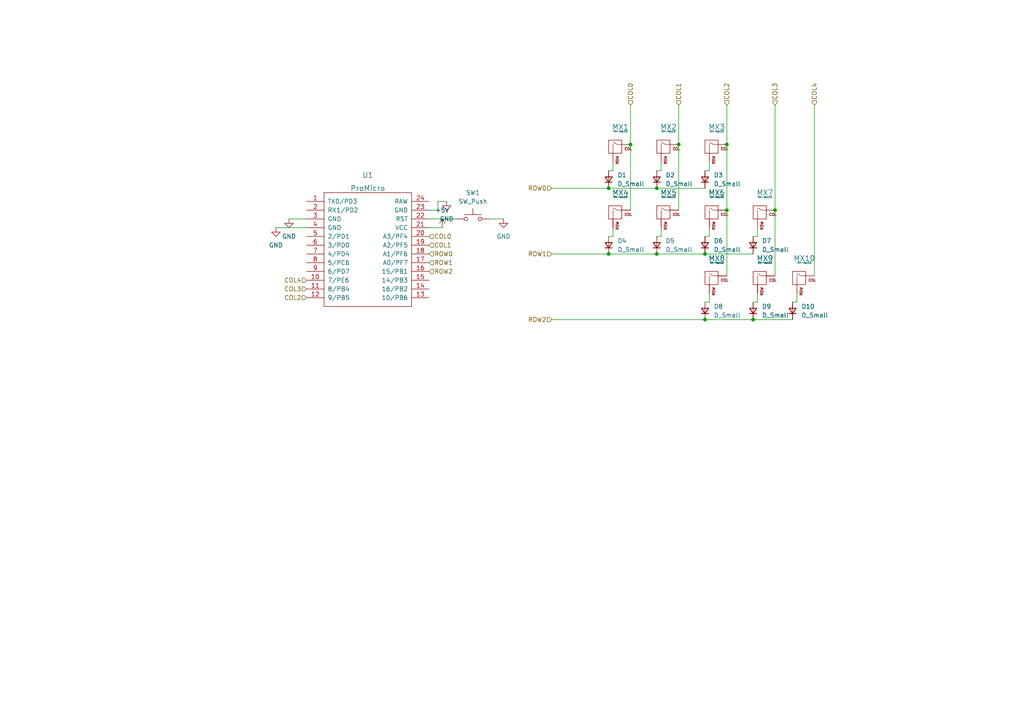
<source format=kicad_sch>
(kicad_sch (version 20211123) (generator eeschema)
  (paper "A4")
  (lib_symbols
    (symbol "Device:D_Small" (pin_numbers hide) (pin_names (offset 0.254) hide)
      (property "Reference" "D" (at -1.27 2.032 0))
      (property "Value" "D_Small" (at -3.81 -2.032 0))
      (symbol "D_Small_0_1"
        (polyline (pts (xy -0.762 -1.016) (xy -0.762 1.016)) (stroke (width 0.254)))
        (polyline (pts (xy -0.762 0) (xy 0.762 0)))
        (polyline (pts (xy 0.762 -1.016) (xy -0.762 0) (xy 0.762 1.016) (xy 0.762 -1.016)) (stroke (width 0.254)))
      )
      (symbol "D_Small_1_1"
        (pin passive line (at -2.54 0 0) (length 1.778) (name "K") (number "1"))
        (pin passive line (at 2.54 0 180) (length 1.778) (name "A") (number "2"))
      )
    )
    (symbol "MX_Alps_Hybrid:MX-NoLED" (pin_names (offset 1.016))
      (property "Reference" "MX" (at -0.635 3.81 0))
      (property "Value" "MX-NoLED" (at -0.635 1.27 0))
      (symbol "MX-NoLED_0_0"
        (rectangle (start -2.54 2.54) (end 1.27 -1.27))
        (polyline (pts (xy -1.27 -1.27) (xy -1.27 1.27)) (stroke (width 0.127)))
        (polyline (pts (xy 1.27 1.27) (xy 0 1.27) (xy -1.27 1.905)) (stroke (width 0.127)))
        (text "COL" (at 3.175 0 0) (effects (font (size 0.762 0.762))))
        (text "ROW" (at 0 -1.905 900) (effects (font (size 0.762 0.762)) (justify right)))
      )
      (symbol "MX-NoLED_1_1"
        (pin passive line (at 3.81 1.27 180) (length 2.54) (name "COL") (number "1"))
        (pin passive line (at -1.27 -3.81 90) (length 2.54) (name "ROW") (number "2"))
      )
    )
    (symbol "Switch:SW_Push" (pin_numbers hide) (pin_names (offset 1.016) hide)
      (property "Reference" "SW" (at 1.27 2.54 0))
      (property "Value" "SW_Push" (at 0 -1.524 0))
      (symbol "SW_Push_0_1"
        (circle (center -2.032 0) (radius 0.508))
        (polyline (pts (xy 0 1.27) (xy 0 3.048)))
        (polyline (pts (xy 2.54 1.27) (xy -2.54 1.27)))
        (circle (center 2.032 0) (radius 0.508))
        (pin passive line (at -5.08 0 0) (length 2.54) (name "1") (number "1"))
        (pin passive line (at 5.08 0 180) (length 2.54) (name "2") (number "2"))
      )
    )
    (symbol "keebio:ProMicro" (pin_names (offset 1.016))
      (property "Reference" "U" (at 0 0 0))
      (property "Value" "ProMicro" (at 0 -19.05 0))
      (symbol "ProMicro_0_1"
        (rectangle (start -12.7 -16.51) (end 12.7 16.51))
      )
      (symbol "ProMicro_1_1"
        (pin input line (at -17.78 13.97 0) (length 5.08) (name "TX0/PD3") (number "1"))
        (pin input line (at -17.78 -8.89 0) (length 5.08) (name "7/PE6") (number "10"))
        (pin input line (at -17.78 -11.43 0) (length 5.08) (name "8/PB4") (number "11"))
        (pin input line (at -17.78 -13.97 0) (length 5.08) (name "9/PB5") (number "12"))
        (pin input line (at 17.78 -13.97 180) (length 5.08) (name "10/PB6") (number "13"))
        (pin input line (at 17.78 -11.43 180) (length 5.08) (name "16/PB2") (number "14"))
        (pin input line (at 17.78 -8.89 180) (length 5.08) (name "14/PB3") (number "15"))
        (pin input line (at 17.78 -6.35 180) (length 5.08) (name "15/PB1") (number "16"))
        (pin input line (at 17.78 -3.81 180) (length 5.08) (name "A0/PF7") (number "17"))
        (pin input line (at 17.78 -1.27 180) (length 5.08) (name "A1/PF6") (number "18"))
        (pin input line (at 17.78 1.27 180) (length 5.08) (name "A2/PF5") (number "19"))
        (pin input line (at -17.78 11.43 0) (length 5.08) (name "RX1/PD2") (number "2"))
        (pin input line (at 17.78 3.81 180) (length 5.08) (name "A3/PF4") (number "20"))
        (pin input line (at 17.78 6.35 180) (length 5.08) (name "VCC") (number "21"))
        (pin input line (at 17.78 8.89 180) (length 5.08) (name "RST") (number "22"))
        (pin input line (at 17.78 11.43 180) (length 5.08) (name "GND") (number "23"))
        (pin input line (at 17.78 13.97 180) (length 5.08) (name "RAW") (number "24"))
        (pin input line (at -17.78 8.89 0) (length 5.08) (name "GND") (number "3"))
        (pin input line (at -17.78 6.35 0) (length 5.08) (name "GND") (number "4"))
        (pin input line (at -17.78 3.81 0) (length 5.08) (name "2/PD1") (number "5"))
        (pin input line (at -17.78 1.27 0) (length 5.08) (name "3/PD0") (number "6"))
        (pin input line (at -17.78 -1.27 0) (length 5.08) (name "4/PD4") (number "7"))
        (pin input line (at -17.78 -3.81 0) (length 5.08) (name "5/PC6") (number "8"))
        (pin input line (at -17.78 -6.35 0) (length 5.08) (name "6/PD7") (number "9"))
      )
    )
    (symbol "power:+5V" (power) (pin_names (offset 0))
      (property "Value" "+5V" (at 0 3.556 0))
      (symbol "+5V_0_1"
        (polyline (pts (xy -0.762 1.27) (xy 0 2.54)))
        (polyline (pts (xy 0 0) (xy 0 2.54)))
        (polyline (pts (xy 0 2.54) (xy 0.762 1.27)))
      )
      (symbol "+5V_1_1"
        (pin power_in line (at 0 0 90) (length 0) hide (name "+5V") (number "1"))
      )
    )
    (symbol "power:GND" (power) (pin_names (offset 0))
      (property "Value" "GND" (at 0 -3.81 0))
      (symbol "GND_0_1"
        (polyline (pts (xy 0 0) (xy 0 -1.27) (xy 1.27 -1.27) (xy 0 -2.54) (xy -1.27 -1.27) (xy 0 -1.27)))
      )
      (symbol "GND_1_1"
        (pin power_in line (at 0 0 270) (length 0) hide (name "GND") (number "1"))
      )
    )
  )
  (junction (at 210.82 60.96))
  (junction (at 196.85 41.91))
  (junction (at 176.53 73.66))
  (junction (at 176.53 54.61))
  (junction (at 218.44 92.71))
  (junction (at 204.47 92.71))
  (junction (at 190.5 73.66))
  (junction (at 224.79 60.96))
  (junction (at 190.5 54.61))
  (junction (at 210.82 41.91))
  (junction (at 182.88 41.91))
  (junction (at 204.47 73.66))
  (wire (pts (xy 229.87 87.63) (xy 231.14 87.63)))
  (wire (pts (xy 196.85 30.48) (xy 196.85 41.91)))
  (wire (pts (xy 160.02 73.66) (xy 176.53 73.66)))
  (wire (pts (xy 224.79 60.96) (xy 224.79 80.01)))
  (wire (pts (xy 142.24 63.5) (xy 146.05 63.5)))
  (wire (pts (xy 205.74 85.09) (xy 205.74 87.63)))
  (wire (pts (xy 190.5 68.58) (xy 191.77 68.58)))
  (wire (pts (xy 219.71 66.04) (xy 219.71 68.58)))
  (wire (pts (xy 204.47 49.53) (xy 205.74 49.53)))
  (wire (pts (xy 210.82 30.48) (xy 210.82 41.91)))
  (wire (pts (xy 190.5 49.53) (xy 191.77 49.53)))
  (wire (pts (xy 127 60.96) (xy 127 58.42)))
  (wire (pts (xy 190.5 73.66) (xy 204.47 73.66)))
  (wire (pts (xy 205.74 66.04) (xy 205.74 68.58)))
  (wire (pts (xy 218.44 92.71) (xy 229.87 92.71)))
  (wire (pts (xy 83.82 63.5) (xy 88.9 63.5)))
  (wire (pts (xy 231.14 85.09) (xy 231.14 87.63)))
  (wire (pts (xy 204.47 73.66) (xy 218.44 73.66)))
  (wire (pts (xy 190.5 54.61) (xy 204.47 54.61)))
  (wire (pts (xy 196.85 41.91) (xy 196.85 60.96)))
  (wire (pts (xy 182.88 30.48) (xy 182.88 41.91)))
  (wire (pts (xy 160.02 92.71) (xy 204.47 92.71)))
  (wire (pts (xy 236.22 30.48) (xy 236.22 80.01)))
  (wire (pts (xy 176.53 49.53) (xy 177.8 49.53)))
  (wire (pts (xy 177.8 66.04) (xy 177.8 68.58)))
  (wire (pts (xy 176.53 68.58) (xy 177.8 68.58)))
  (wire (pts (xy 127 58.42) (xy 129.54 58.42)))
  (wire (pts (xy 204.47 92.71) (xy 218.44 92.71)))
  (wire (pts (xy 210.82 60.96) (xy 210.82 80.01)))
  (wire (pts (xy 218.44 87.63) (xy 219.71 87.63)))
  (wire (pts (xy 80.01 66.04) (xy 88.9 66.04)))
  (wire (pts (xy 210.82 41.91) (xy 210.82 60.96)))
  (wire (pts (xy 204.47 87.63) (xy 205.74 87.63)))
  (wire (pts (xy 191.77 46.99) (xy 191.77 49.53)))
  (wire (pts (xy 124.46 63.5) (xy 132.08 63.5)))
  (wire (pts (xy 204.47 68.58) (xy 205.74 68.58)))
  (wire (pts (xy 218.44 68.58) (xy 219.71 68.58)))
  (wire (pts (xy 205.74 46.99) (xy 205.74 49.53)))
  (wire (pts (xy 182.88 41.91) (xy 182.88 60.96)))
  (wire (pts (xy 224.79 30.48) (xy 224.79 60.96)))
  (wire (pts (xy 219.71 85.09) (xy 219.71 87.63)))
  (wire (pts (xy 160.02 54.61) (xy 176.53 54.61)))
  (wire (pts (xy 124.46 60.96) (xy 127 60.96)))
  (wire (pts (xy 177.8 46.99) (xy 177.8 49.53)))
  (wire (pts (xy 124.46 66.04) (xy 128.27 66.04)))
  (wire (pts (xy 176.53 73.66) (xy 190.5 73.66)))
  (wire (pts (xy 176.53 54.61) (xy 190.5 54.61)))
  (wire (pts (xy 191.77 66.04) (xy 191.77 68.58)))
  (hierarchical_label "COL4" (shape input) (at 236.22 30.48 90))
  (hierarchical_label "COL4" (shape input) (at 88.9 81.28 180))
  (hierarchical_label "COL0" (shape input) (at 124.46 68.58 0))
  (hierarchical_label "COL1" (shape input) (at 124.46 71.12 0))
  (hierarchical_label "ROW0" (shape input) (at 124.46 73.66 0))
  (hierarchical_label "COL2" (shape input) (at 88.9 86.36 180))
  (hierarchical_label "ROW0" (shape input) (at 160.02 54.61 180))
  (hierarchical_label "ROW2" (shape input) (at 124.46 78.74 0))
  (hierarchical_label "COL1" (shape input) (at 196.85 30.48 90))
  (hierarchical_label "ROW1" (shape input) (at 160.02 73.66 180))
  (hierarchical_label "ROW2" (shape input) (at 160.02 92.71 180))
  (hierarchical_label "COL2" (shape input) (at 210.82 30.48 90))
  (hierarchical_label "COL3" (shape input) (at 88.9 83.82 180))
  (hierarchical_label "ROW1" (shape input) (at 124.46 76.2 0))
  (hierarchical_label "COL3" (shape input) (at 224.79 30.48 90))
  (hierarchical_label "COL0" (shape input) (at 182.88 30.48 90))
  (symbol (lib_id "power:GND") (at 80.01 66.04 0) (unit 1)
    (property "Reference" "#PWR0104" (effects hide))
    (property "Value" "GND" (at 80.01 71.12 0))
  )
  (symbol (lib_id "MX_Alps_Hybrid:MX-NoLED") (at 193.04 43.18 0) (unit 1)
    (property "Reference" "MX2" (at 193.9256 36.83 0) (effects (font (size 1.524 1.524))))
    (property "Value" "MX-NoLED" (at 193.9256 38.1 0) (effects (font (size 0.508 0.508))))
    (property "Footprint" "MX_Only:MXOnly-1U-NoLED" (effects hide))
  )
  (symbol (lib_id "Device:D_Small") (at 204.47 90.17 90) (unit 1)
    (property "Reference" "D8" (at 207.01 88.8999 90) (effects (justify right)))
    (property "Value" "D_Small" (at 207.01 91.4399 90) (effects (justify right)))
    (property "Footprint" "Diode_SMD:D_SOD-123" (effects hide))
  )
  (symbol (lib_id "MX_Alps_Hybrid:MX-NoLED") (at 207.01 62.23 0) (unit 1)
    (property "Reference" "MX6" (at 207.8956 55.88 0) (effects (font (size 1.524 1.524))))
    (property "Value" "MX-NoLED" (at 207.8956 57.15 0) (effects (font (size 0.508 0.508))))
    (property "Footprint" "MX_Only:MXOnly-1U-NoLED" (effects hide))
  )
  (symbol (lib_id "Device:D_Small") (at 176.53 52.07 90) (unit 1)
    (property "Reference" "D1" (at 179.07 50.7999 90) (effects (justify right)))
    (property "Value" "D_Small" (at 179.07 53.3399 90) (effects (justify right)))
    (property "Footprint" "Diode_SMD:D_SOD-123" (effects hide))
  )
  (symbol (lib_id "keebio:ProMicro") (at 106.68 72.39 0) (unit 1)
    (property "Reference" "U1" (at 106.68 50.8 0) (effects (font (size 1.524 1.524))))
    (property "Value" "ProMicro" (at 106.68 54.61 0) (effects (font (size 1.524 1.524))))
    (property "Footprint" "Keebio-Parts:ArduinoProMicro" (effects hide))
  )
  (symbol (lib_id "MX_Alps_Hybrid:MX-NoLED") (at 179.07 43.18 0) (unit 1)
    (property "Reference" "MX1" (at 179.9556 36.83 0) (effects (font (size 1.524 1.524))))
    (property "Value" "MX-NoLED" (at 179.9556 38.1 0) (effects (font (size 0.508 0.508))))
    (property "Footprint" "MX_Only:MXOnly-1U-NoLED" (effects hide))
  )
  (symbol (lib_id "MX_Alps_Hybrid:MX-NoLED") (at 207.01 43.18 0) (unit 1)
    (property "Reference" "MX3" (at 207.8956 36.83 0) (effects (font (size 1.524 1.524))))
    (property "Value" "MX-NoLED" (at 207.8956 38.1 0) (effects (font (size 0.508 0.508))))
    (property "Footprint" "MX_Only:MXOnly-1U-NoLED" (effects hide))
  )
  (symbol (lib_id "Device:D_Small") (at 204.47 52.07 90) (unit 1)
    (property "Reference" "D3" (at 207.01 50.7999 90) (effects (justify right)))
    (property "Value" "D_Small" (at 207.01 53.3399 90) (effects (justify right)))
    (property "Footprint" "Diode_SMD:D_SOD-123" (effects hide))
  )
  (symbol (lib_id "MX_Alps_Hybrid:MX-NoLED") (at 193.04 62.23 0) (unit 1)
    (property "Reference" "MX5" (at 193.9256 55.88 0) (effects (font (size 1.524 1.524))))
    (property "Value" "MX-NoLED" (at 193.9256 57.15 0) (effects (font (size 0.508 0.508))))
    (property "Footprint" "MX_Only:MXOnly-1U-NoLED" (effects hide))
  )
  (symbol (lib_id "power:+5V") (at 128.27 66.04 0) (unit 1)
    (property "Reference" "#PWR0101" (effects hide))
    (property "Value" "+5V" (at 128.27 60.96 0))
  )
  (symbol (lib_id "Device:D_Small") (at 204.47 71.12 90) (unit 1)
    (property "Reference" "D6" (at 207.01 69.8499 90) (effects (justify right)))
    (property "Value" "D_Small" (at 207.01 72.3899 90) (effects (justify right)))
    (property "Footprint" "Diode_SMD:D_SOD-123" (effects hide))
  )
  (symbol (lib_id "MX_Alps_Hybrid:MX-NoLED") (at 179.07 62.23 0) (unit 1)
    (property "Reference" "MX4" (at 179.9556 55.88 0) (effects (font (size 1.524 1.524))))
    (property "Value" "MX-NoLED" (at 179.9556 57.15 0) (effects (font (size 0.508 0.508))))
    (property "Footprint" "MX_Only:MXOnly-1U-NoLED" (effects hide))
  )
  (symbol (lib_id "Switch:SW_Push") (at 137.16 63.5 0) (unit 1)
    (property "Reference" "SW1" (at 137.16 55.88 0))
    (property "Value" "SW_Push" (at 137.16 58.42 0))
    (property "Footprint" "Keebio-Parts:SW_Tactile_SPST_Angled_MJTP1117-no-mount" (effects hide))
  )
  (symbol (lib_id "Device:D_Small") (at 190.5 52.07 90) (unit 1)
    (property "Reference" "D2" (at 193.04 50.7999 90) (effects (justify right)))
    (property "Value" "D_Small" (at 193.04 53.3399 90) (effects (justify right)))
    (property "Footprint" "Diode_SMD:D_SOD-123" (effects hide))
  )
  (symbol (lib_id "MX_Alps_Hybrid:MX-NoLED") (at 220.98 62.23 0) (unit 1)
    (property "Reference" "MX7" (at 221.8656 55.88 0) (effects (font (size 1.524 1.524))))
    (property "Value" "MX-NoLED" (at 221.8656 57.15 0) (effects (font (size 0.508 0.508))))
    (property "Footprint" "MX_Only:MXOnly-1U-NoLED" (effects hide))
  )
  (symbol (lib_id "MX_Alps_Hybrid:MX-NoLED") (at 207.01 81.28 0) (unit 1)
    (property "Reference" "MX8" (at 207.8956 74.93 0) (effects (font (size 1.524 1.524))))
    (property "Value" "MX-NoLED" (at 207.8956 76.2 0) (effects (font (size 0.508 0.508))))
  )
  (symbol (lib_id "power:GND") (at 146.05 63.5 0) (unit 1)
    (property "Reference" "#PWR0102" (effects hide))
    (property "Value" "GND" (at 146.05 68.58 0))
  )
  (symbol (lib_id "Device:D_Small") (at 190.5 71.12 90) (unit 1)
    (property "Reference" "D5" (at 193.04 69.8499 90) (effects (justify right)))
    (property "Value" "D_Small" (at 193.04 72.3899 90) (effects (justify right)))
    (property "Footprint" "Diode_SMD:D_SOD-123" (effects hide))
  )
  (symbol (lib_id "Device:D_Small") (at 218.44 71.12 90) (unit 1)
    (property "Reference" "D7" (at 220.98 69.8499 90) (effects (justify right)))
    (property "Value" "D_Small" (at 220.98 72.3899 90) (effects (justify right)))
    (property "Footprint" "Diode_SMD:D_SOD-123" (effects hide))
  )
  (symbol (lib_id "Device:D_Small") (at 176.53 71.12 90) (unit 1)
    (property "Reference" "D4" (at 179.07 69.8499 90) (effects (justify right)))
    (property "Value" "D_Small" (at 179.07 72.3899 90) (effects (justify right)))
    (property "Footprint" "Diode_SMD:D_SOD-123" (effects hide))
  )
  (symbol (lib_id "MX_Alps_Hybrid:MX-NoLED") (at 232.41 81.28 0) (unit 1)
    (property "Reference" "MX10" (at 233.2956 74.93 0) (effects (font (size 1.524 1.524))))
    (property "Value" "MX-NoLED" (at 233.2956 76.2 0) (effects (font (size 0.508 0.508))))
    (property "Footprint" "MX_Only:MXOnly-1U-NoLED" (effects hide))
  )
  (symbol (lib_id "power:GND") (at 83.82 63.5 0) (unit 1)
    (property "Reference" "#PWR0105" (effects hide))
    (property "Value" "GND" (at 83.82 68.58 0))
  )
  (symbol (lib_id "Device:D_Small") (at 229.87 90.17 90) (unit 1)
    (property "Reference" "D10" (at 232.41 88.8999 90) (effects (justify right)))
    (property "Value" "D_Small" (at 232.41 91.4399 90) (effects (justify right)))
    (property "Footprint" "Diode_SMD:D_SOD-123" (effects hide))
  )
  (symbol (lib_id "Device:D_Small") (at 218.44 90.17 90) (unit 1)
    (property "Reference" "D9" (at 220.98 88.8999 90) (effects (justify right)))
    (property "Value" "D_Small" (at 220.98 91.4399 90) (effects (justify right)))
    (property "Footprint" "Diode_SMD:D_SOD-123" (effects hide))
  )
  (symbol (lib_id "power:GND") (at 129.54 58.42 0) (unit 1)
    (property "Reference" "#PWR0103" (effects hide))
    (property "Value" "GND" (at 129.54 63.5 0))
  )
  (symbol (lib_id "MX_Alps_Hybrid:MX-NoLED") (at 220.98 81.28 0) (unit 1)
    (property "Reference" "MX9" (at 221.8656 74.93 0) (effects (font (size 1.524 1.524))))
    (property "Value" "MX-NoLED" (at 221.8656 76.2 0) (effects (font (size 0.508 0.508))))
    (property "Footprint" "MX_Only:MXOnly-1U-NoLED" (effects hide))
  )
)
</source>
